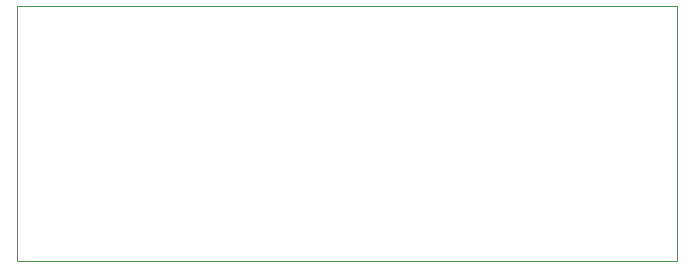
<source format=gbr>
G04 #@! TF.GenerationSoftware,KiCad,Pcbnew,5.1.2-f72e74a~84~ubuntu18.04.1*
G04 #@! TF.CreationDate,2019-07-08T14:46:27+02:00*
G04 #@! TF.ProjectId,lna_kicad,6c6e615f-6b69-4636-9164-2e6b69636164,rev?*
G04 #@! TF.SameCoordinates,Original*
G04 #@! TF.FileFunction,Profile,NP*
%FSLAX46Y46*%
G04 Gerber Fmt 4.6, Leading zero omitted, Abs format (unit mm)*
G04 Created by KiCad (PCBNEW 5.1.2-f72e74a~84~ubuntu18.04.1) date 2019-07-08 14:46:27*
%MOMM*%
%LPD*%
G04 APERTURE LIST*
%ADD10C,0.050000*%
G04 APERTURE END LIST*
D10*
X162560000Y-123190000D02*
X106680000Y-123190000D01*
X106680000Y-101600000D02*
X162560000Y-101600000D01*
X106680000Y-101600000D02*
X106680000Y-123190000D01*
X162560000Y-101600000D02*
X162560000Y-123190000D01*
M02*

</source>
